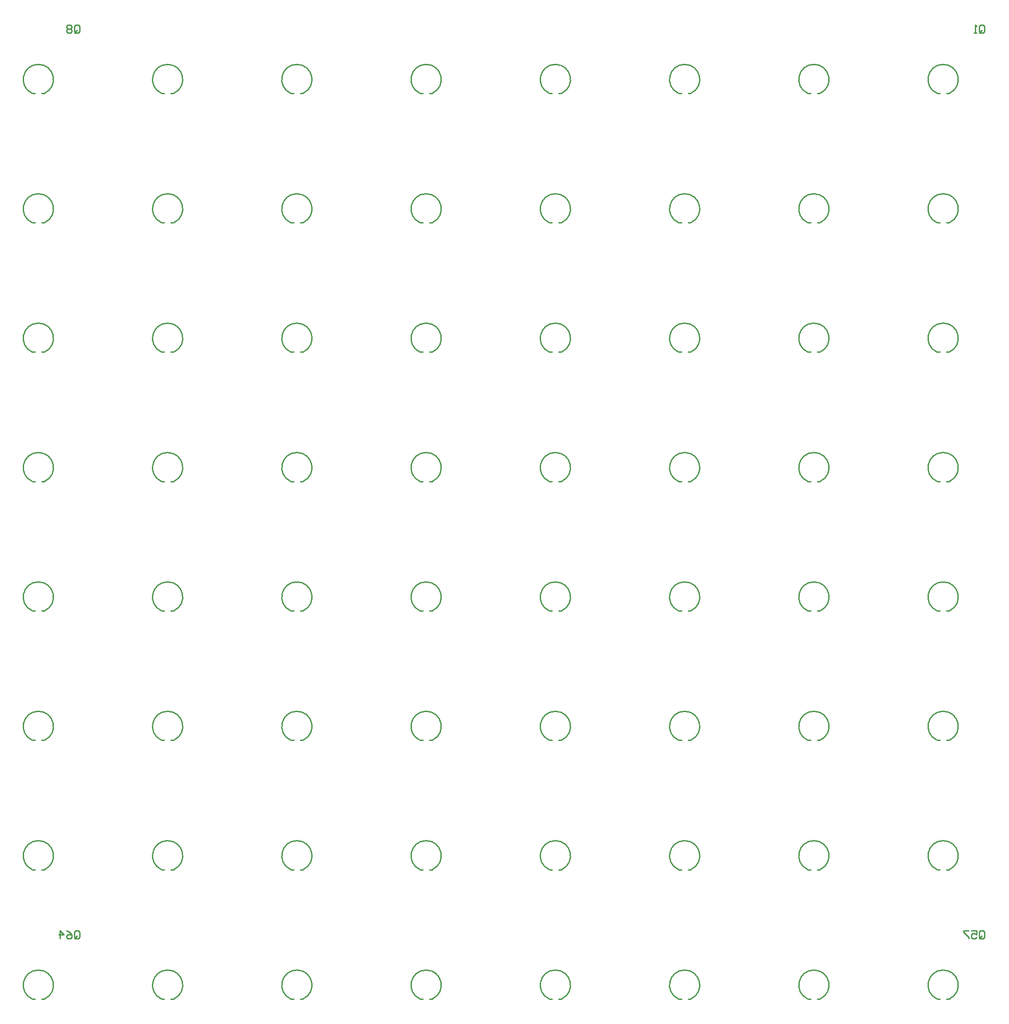
<source format=gbo>
%FSAX24Y24*%
%MOIN*%
G70*
G01*
G75*
G04 Layer_Color=32896*
%ADD10R,0.2000X0.0700*%
G04:AMPARAMS|DCode=11|XSize=200mil|YSize=70mil|CornerRadius=17.5mil|HoleSize=0mil|Usage=FLASHONLY|Rotation=0.000|XOffset=0mil|YOffset=0mil|HoleType=Round|Shape=RoundedRectangle|*
%AMROUNDEDRECTD11*
21,1,0.2000,0.0350,0,0,0.0*
21,1,0.1650,0.0700,0,0,0.0*
1,1,0.0350,0.0825,-0.0175*
1,1,0.0350,-0.0825,-0.0175*
1,1,0.0350,-0.0825,0.0175*
1,1,0.0350,0.0825,0.0175*
%
%ADD11ROUNDEDRECTD11*%
%ADD12C,0.0500*%
%ADD13C,0.0300*%
%ADD14C,0.0200*%
%ADD15C,0.0650*%
%ADD16C,0.0551*%
%ADD17C,0.0600*%
%ADD18R,0.0600X0.0600*%
%ADD19C,0.0591*%
%ADD20R,0.0591X0.0591*%
%ADD21R,0.0600X0.0600*%
%ADD22O,0.0787X0.0394*%
%ADD23O,0.0787X0.0394*%
%ADD24R,0.0591X0.0591*%
%ADD25C,0.0500*%
%ADD26O,0.0800X0.0400*%
%ADD27R,0.0800X0.0400*%
%ADD28R,0.0532X0.0532*%
%ADD29C,0.0532*%
%ADD30C,0.0400*%
%ADD31R,0.0098X0.0098*%
%ADD32C,0.0100*%
%ADD33C,0.0079*%
%ADD34C,0.0118*%
%ADD35C,0.0197*%
%ADD36C,0.0080*%
%ADD37C,0.0059*%
%ADD38R,0.2080X0.0780*%
G04:AMPARAMS|DCode=39|XSize=208mil|YSize=78mil|CornerRadius=19.5mil|HoleSize=0mil|Usage=FLASHONLY|Rotation=0.000|XOffset=0mil|YOffset=0mil|HoleType=Round|Shape=RoundedRectangle|*
%AMROUNDEDRECTD39*
21,1,0.2080,0.0390,0,0,0.0*
21,1,0.1690,0.0780,0,0,0.0*
1,1,0.0390,0.0845,-0.0195*
1,1,0.0390,-0.0845,-0.0195*
1,1,0.0390,-0.0845,0.0195*
1,1,0.0390,0.0845,0.0195*
%
%ADD39ROUNDEDRECTD39*%
%ADD40C,0.0730*%
%ADD41C,0.0631*%
%ADD42C,0.0680*%
%ADD43R,0.0680X0.0680*%
%ADD44C,0.0671*%
%ADD45R,0.0671X0.0671*%
%ADD46R,0.0680X0.0680*%
%ADD47O,0.0867X0.0474*%
%ADD48O,0.0867X0.0474*%
%ADD49R,0.0671X0.0671*%
%ADD50C,0.0080*%
%ADD51C,0.0580*%
%ADD52O,0.0880X0.0480*%
%ADD53R,0.0880X0.0480*%
%ADD54R,0.0612X0.0612*%
%ADD55C,0.0612*%
%ADD56C,0.0480*%
%ADD57C,0.1950*%
D32*
X028486Y036208D02*
G03*
X027523Y036203I-000486J001042D01*
G01*
X038329Y036208D02*
G03*
X037366Y036203I-000486J001042D01*
G01*
X048171Y036208D02*
G03*
X047208Y036203I-000486J001042D01*
G01*
X058014Y036208D02*
G03*
X057051Y036203I-000486J001042D01*
G01*
X067856Y036208D02*
G03*
X066893Y036203I-000486J001042D01*
G01*
X077699Y036208D02*
G03*
X076736Y036203I-000486J001042D01*
G01*
X087541Y036208D02*
G03*
X086578Y036203I-000486J001042D01*
G01*
X097384Y036208D02*
G03*
X096421Y036203I-000486J001042D01*
G01*
X028486Y046050D02*
G03*
X027523Y046046I-000486J001042D01*
G01*
X038329Y046050D02*
G03*
X037366Y046046I-000486J001042D01*
G01*
X048171Y046050D02*
G03*
X047208Y046046I-000486J001042D01*
G01*
X058014Y046050D02*
G03*
X057051Y046046I-000486J001042D01*
G01*
X067856Y046050D02*
G03*
X066893Y046046I-000486J001042D01*
G01*
X077699Y046050D02*
G03*
X076736Y046046I-000486J001042D01*
G01*
X087541Y046050D02*
G03*
X086578Y046046I-000486J001042D01*
G01*
X097384Y046050D02*
G03*
X096421Y046046I-000486J001042D01*
G01*
X028486Y055893D02*
G03*
X027523Y055889I-000486J001042D01*
G01*
X038329Y055893D02*
G03*
X037366Y055889I-000486J001042D01*
G01*
X048171Y055893D02*
G03*
X047208Y055889I-000486J001042D01*
G01*
X058014Y055893D02*
G03*
X057051Y055889I-000486J001042D01*
G01*
X067856Y055893D02*
G03*
X066893Y055889I-000486J001042D01*
G01*
X077699Y055893D02*
G03*
X076736Y055889I-000486J001042D01*
G01*
X087541Y055893D02*
G03*
X086578Y055889I-000486J001042D01*
G01*
X097384Y055893D02*
G03*
X096421Y055889I-000486J001042D01*
G01*
X028486Y065735D02*
G03*
X027523Y065731I-000486J001042D01*
G01*
X038329Y065735D02*
G03*
X037366Y065731I-000486J001042D01*
G01*
X048171Y065735D02*
G03*
X047208Y065731I-000486J001042D01*
G01*
X058014Y065735D02*
G03*
X057051Y065731I-000486J001042D01*
G01*
X067856Y065735D02*
G03*
X066893Y065731I-000486J001042D01*
G01*
X077699Y065735D02*
G03*
X076736Y065731I-000486J001042D01*
G01*
X087541Y065735D02*
G03*
X086578Y065731I-000486J001042D01*
G01*
X097384Y065735D02*
G03*
X096421Y065731I-000486J001042D01*
G01*
X028486Y075578D02*
G03*
X027523Y075574I-000486J001042D01*
G01*
X038329Y075578D02*
G03*
X037366Y075574I-000486J001042D01*
G01*
X048171Y075578D02*
G03*
X047208Y075574I-000486J001042D01*
G01*
X058014Y075578D02*
G03*
X057051Y075574I-000486J001042D01*
G01*
X067856Y075578D02*
G03*
X066893Y075574I-000486J001042D01*
G01*
X077699Y075578D02*
G03*
X076736Y075574I-000486J001042D01*
G01*
X087541Y075578D02*
G03*
X086578Y075574I-000486J001042D01*
G01*
X097384Y075578D02*
G03*
X096421Y075574I-000486J001042D01*
G01*
X028486Y085420D02*
G03*
X027523Y085416I-000486J001042D01*
G01*
X038329Y085420D02*
G03*
X037366Y085416I-000486J001042D01*
G01*
X048171Y085420D02*
G03*
X047208Y085416I-000486J001042D01*
G01*
X058014Y085420D02*
G03*
X057051Y085416I-000486J001042D01*
G01*
X067856Y085420D02*
G03*
X066893Y085416I-000486J001042D01*
G01*
X077699Y085420D02*
G03*
X076736Y085416I-000486J001042D01*
G01*
X087541Y085420D02*
G03*
X086578Y085416I-000486J001042D01*
G01*
X097384Y085420D02*
G03*
X096421Y085416I-000486J001042D01*
G01*
X028486Y095263D02*
G03*
X027523Y095259I-000486J001042D01*
G01*
X038329Y095263D02*
G03*
X037366Y095259I-000486J001042D01*
G01*
X048171Y095263D02*
G03*
X047208Y095259I-000486J001042D01*
G01*
X058014Y095263D02*
G03*
X057051Y095259I-000486J001042D01*
G01*
X067856Y095263D02*
G03*
X066893Y095259I-000486J001042D01*
G01*
X077699Y095263D02*
G03*
X076736Y095259I-000486J001042D01*
G01*
X087541Y095263D02*
G03*
X086578Y095259I-000486J001042D01*
G01*
X097384Y095263D02*
G03*
X096421Y095259I-000486J001042D01*
G01*
X028486Y105105D02*
G03*
X027523Y105101I-000486J001042D01*
G01*
X038329Y105105D02*
G03*
X037366Y105101I-000486J001042D01*
G01*
X048171Y105105D02*
G03*
X047208Y105101I-000486J001042D01*
G01*
X058014Y105105D02*
G03*
X057051Y105101I-000486J001042D01*
G01*
X067856Y105105D02*
G03*
X066893Y105101I-000486J001042D01*
G01*
X077699Y105105D02*
G03*
X076736Y105101I-000486J001042D01*
G01*
X087541Y105105D02*
G03*
X086578Y105101I-000486J001042D01*
G01*
X097384Y105105D02*
G03*
X096421Y105101I-000486J001042D01*
G01*
X027530Y036200D02*
X027750D01*
X028249Y036199D02*
X028469D01*
X038092D02*
X038312D01*
X037373Y036200D02*
X037593D01*
X047215D02*
X047435D01*
X047934Y036199D02*
X048154D01*
X057777D02*
X057997D01*
X057058Y036200D02*
X057278D01*
X066900D02*
X067120D01*
X067619Y036199D02*
X067839D01*
X077462D02*
X077682D01*
X076743Y036200D02*
X076963D01*
X086585D02*
X086805D01*
X087304Y036199D02*
X087524D01*
X097147D02*
X097367D01*
X096428Y036200D02*
X096648D01*
X027530Y046043D02*
X027750D01*
X028249Y046042D02*
X028469D01*
X038092D02*
X038312D01*
X037373Y046043D02*
X037593D01*
X047215D02*
X047435D01*
X047934Y046042D02*
X048154D01*
X057777D02*
X057997D01*
X057058Y046043D02*
X057278D01*
X066900D02*
X067120D01*
X067619Y046042D02*
X067839D01*
X077462D02*
X077682D01*
X076743Y046043D02*
X076963D01*
X086585D02*
X086805D01*
X087304Y046042D02*
X087524D01*
X097147D02*
X097367D01*
X096428Y046043D02*
X096648D01*
X027530Y055885D02*
X027750D01*
X028249Y055884D02*
X028469D01*
X038092D02*
X038312D01*
X037373Y055885D02*
X037593D01*
X047215D02*
X047435D01*
X047934Y055884D02*
X048154D01*
X057777D02*
X057997D01*
X057058Y055885D02*
X057278D01*
X066900D02*
X067120D01*
X067619Y055884D02*
X067839D01*
X077462D02*
X077682D01*
X076743Y055885D02*
X076963D01*
X086585D02*
X086805D01*
X087304Y055884D02*
X087524D01*
X097147D02*
X097367D01*
X096428Y055885D02*
X096648D01*
X027530Y065728D02*
X027750D01*
X028249Y065727D02*
X028469D01*
X038092D02*
X038312D01*
X037373Y065728D02*
X037593D01*
X047215D02*
X047435D01*
X047934Y065727D02*
X048154D01*
X057777D02*
X057997D01*
X057058Y065728D02*
X057278D01*
X066900D02*
X067120D01*
X067619Y065727D02*
X067839D01*
X077462D02*
X077682D01*
X076743Y065728D02*
X076963D01*
X086585D02*
X086805D01*
X087304Y065727D02*
X087524D01*
X097147D02*
X097367D01*
X096428Y065728D02*
X096648D01*
X027530Y075570D02*
X027750D01*
X028249Y075569D02*
X028469D01*
X038092D02*
X038312D01*
X037373Y075570D02*
X037593D01*
X047215D02*
X047435D01*
X047934Y075569D02*
X048154D01*
X057777D02*
X057997D01*
X057058Y075570D02*
X057278D01*
X066900D02*
X067120D01*
X067619Y075569D02*
X067839D01*
X077462D02*
X077682D01*
X076743Y075570D02*
X076963D01*
X086585D02*
X086805D01*
X087304Y075569D02*
X087524D01*
X097147D02*
X097367D01*
X096428Y075570D02*
X096648D01*
X027530Y085413D02*
X027750D01*
X028249Y085412D02*
X028469D01*
X038092D02*
X038312D01*
X037373Y085413D02*
X037593D01*
X047215D02*
X047435D01*
X047934Y085412D02*
X048154D01*
X057777D02*
X057997D01*
X057058Y085413D02*
X057278D01*
X066900D02*
X067120D01*
X067619Y085412D02*
X067839D01*
X077462D02*
X077682D01*
X076743Y085413D02*
X076963D01*
X086585D02*
X086805D01*
X087304Y085412D02*
X087524D01*
X097147D02*
X097367D01*
X096428Y085413D02*
X096648D01*
X027530Y095255D02*
X027750D01*
X028249Y095254D02*
X028469D01*
X038092D02*
X038312D01*
X037373Y095255D02*
X037593D01*
X047215D02*
X047435D01*
X047934Y095254D02*
X048154D01*
X057777D02*
X057997D01*
X057058Y095255D02*
X057278D01*
X066900D02*
X067120D01*
X067619Y095254D02*
X067839D01*
X077462D02*
X077682D01*
X076743Y095255D02*
X076963D01*
X086585D02*
X086805D01*
X087304Y095254D02*
X087524D01*
X097147D02*
X097367D01*
X096428Y095255D02*
X096648D01*
X027530Y105098D02*
X027750D01*
X028249Y105097D02*
X028469D01*
X038092D02*
X038312D01*
X037373Y105098D02*
X037593D01*
X047215D02*
X047435D01*
X047934Y105097D02*
X048154D01*
X057777D02*
X057997D01*
X057058Y105098D02*
X057278D01*
X066900D02*
X067120D01*
X067619Y105097D02*
X067839D01*
X077462D02*
X077682D01*
X076743Y105098D02*
X076963D01*
X086585D02*
X086805D01*
X087304Y105097D02*
X087524D01*
X097147D02*
X097367D01*
X096428Y105098D02*
X096648D01*
X099650Y109800D02*
Y110200D01*
X099750Y110300D01*
X099950D01*
X100050Y110200D01*
Y109800D01*
X099950Y109700D01*
X099750D01*
X099850Y109900D02*
X099650Y109700D01*
X099750D02*
X099650Y109800D01*
X099450Y109700D02*
X099250D01*
X099350D01*
Y110300D01*
X099450Y110200D01*
X030750Y109800D02*
Y110200D01*
X030850Y110300D01*
X031050D01*
X031150Y110200D01*
Y109800D01*
X031050Y109700D01*
X030850D01*
X030950Y109900D02*
X030750Y109700D01*
X030850D02*
X030750Y109800D01*
X030550Y110200D02*
X030450Y110300D01*
X030250D01*
X030150Y110200D01*
Y110100D01*
X030250Y110000D01*
X030150Y109900D01*
Y109800D01*
X030250Y109700D01*
X030450D01*
X030550Y109800D01*
Y109900D01*
X030450Y110000D01*
X030550Y110100D01*
Y110200D01*
X030450Y110000D02*
X030250D01*
X099650Y040900D02*
Y041300D01*
X099750Y041400D01*
X099950D01*
X100050Y041300D01*
Y040900D01*
X099950Y040800D01*
X099750D01*
X099850Y041000D02*
X099650Y040800D01*
X099750D02*
X099650Y040900D01*
X099050Y041400D02*
X099450D01*
Y041100D01*
X099250Y041200D01*
X099150D01*
X099050Y041100D01*
Y040900D01*
X099150Y040800D01*
X099350D01*
X099450Y040900D01*
X098850Y041400D02*
X098451D01*
Y041300D01*
X098850Y040900D01*
Y040800D01*
X030750Y040900D02*
Y041300D01*
X030850Y041400D01*
X031050D01*
X031150Y041300D01*
Y040900D01*
X031050Y040800D01*
X030850D01*
X030950Y041000D02*
X030750Y040800D01*
X030850D02*
X030750Y040900D01*
X030150Y041400D02*
X030350Y041300D01*
X030550Y041100D01*
Y040900D01*
X030450Y040800D01*
X030250D01*
X030150Y040900D01*
Y041000D01*
X030250Y041100D01*
X030550D01*
X029650Y040800D02*
Y041400D01*
X029950Y041100D01*
X029551D01*
M02*

</source>
